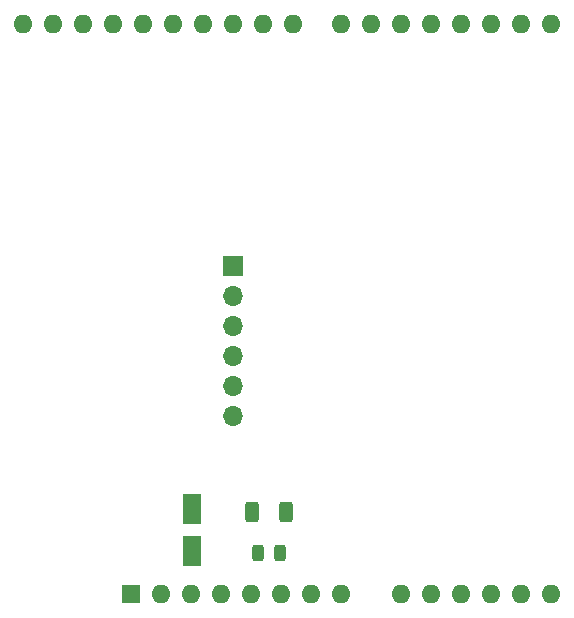
<source format=gbr>
%TF.GenerationSoftware,KiCad,Pcbnew,7.0.2-0*%
%TF.CreationDate,2023-04-20T17:22:29-07:00*%
%TF.ProjectId,RGProgrammer_V1,52475072-6f67-4726-916d-6d65725f5631,rev?*%
%TF.SameCoordinates,Original*%
%TF.FileFunction,Soldermask,Top*%
%TF.FilePolarity,Negative*%
%FSLAX46Y46*%
G04 Gerber Fmt 4.6, Leading zero omitted, Abs format (unit mm)*
G04 Created by KiCad (PCBNEW 7.0.2-0) date 2023-04-20 17:22:29*
%MOMM*%
%LPD*%
G01*
G04 APERTURE LIST*
G04 Aperture macros list*
%AMRoundRect*
0 Rectangle with rounded corners*
0 $1 Rounding radius*
0 $2 $3 $4 $5 $6 $7 $8 $9 X,Y pos of 4 corners*
0 Add a 4 corners polygon primitive as box body*
4,1,4,$2,$3,$4,$5,$6,$7,$8,$9,$2,$3,0*
0 Add four circle primitives for the rounded corners*
1,1,$1+$1,$2,$3*
1,1,$1+$1,$4,$5*
1,1,$1+$1,$6,$7*
1,1,$1+$1,$8,$9*
0 Add four rect primitives between the rounded corners*
20,1,$1+$1,$2,$3,$4,$5,0*
20,1,$1+$1,$4,$5,$6,$7,0*
20,1,$1+$1,$6,$7,$8,$9,0*
20,1,$1+$1,$8,$9,$2,$3,0*%
G04 Aperture macros list end*
%ADD10R,1.700000X1.700000*%
%ADD11O,1.700000X1.700000*%
%ADD12RoundRect,0.243750X0.243750X0.456250X-0.243750X0.456250X-0.243750X-0.456250X0.243750X-0.456250X0*%
%ADD13RoundRect,0.250000X0.312500X0.625000X-0.312500X0.625000X-0.312500X-0.625000X0.312500X-0.625000X0*%
%ADD14RoundRect,0.250000X0.550000X-1.050000X0.550000X1.050000X-0.550000X1.050000X-0.550000X-1.050000X0*%
%ADD15R,1.600000X1.600000*%
%ADD16O,1.600000X1.600000*%
G04 APERTURE END LIST*
D10*
%TO.C,J1*%
X146000000Y-81675000D03*
D11*
X146000000Y-84215000D03*
X146000000Y-86755000D03*
X146000000Y-89295000D03*
X146000000Y-91835000D03*
X146000000Y-94375000D03*
%TD*%
D12*
%TO.C,D1*%
X149937500Y-106000000D03*
X148062500Y-106000000D03*
%TD*%
D13*
%TO.C,R1*%
X150462500Y-102500000D03*
X147537500Y-102500000D03*
%TD*%
D14*
%TO.C,C1*%
X142500000Y-105800000D03*
X142500000Y-102200000D03*
%TD*%
D15*
%TO.C,A1*%
X137340000Y-109415000D03*
D16*
X139880000Y-109415000D03*
X142420000Y-109415000D03*
X144960000Y-109415000D03*
X147500000Y-109415000D03*
X150040000Y-109415000D03*
X152580000Y-109415000D03*
X155120000Y-109415000D03*
X160200000Y-109415000D03*
X162740000Y-109415000D03*
X165280000Y-109415000D03*
X167820000Y-109415000D03*
X170360000Y-109415000D03*
X172900000Y-109415000D03*
X172900000Y-61155000D03*
X170360000Y-61155000D03*
X167820000Y-61155000D03*
X165280000Y-61155000D03*
X162740000Y-61155000D03*
X160200000Y-61155000D03*
X157660000Y-61155000D03*
X155120000Y-61155000D03*
X151060000Y-61155000D03*
X148520000Y-61155000D03*
X145980000Y-61155000D03*
X143440000Y-61155000D03*
X140900000Y-61155000D03*
X138360000Y-61155000D03*
X135820000Y-61155000D03*
X133280000Y-61155000D03*
X130740000Y-61155000D03*
X128200000Y-61155000D03*
%TD*%
M02*

</source>
